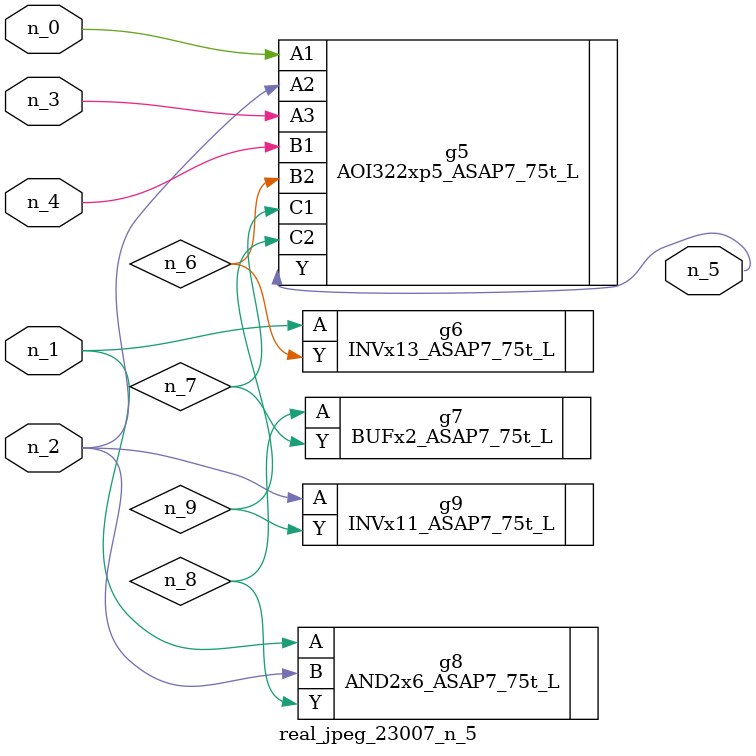
<source format=v>
module real_jpeg_23007_n_5 (n_4, n_0, n_1, n_2, n_3, n_5);

input n_4;
input n_0;
input n_1;
input n_2;
input n_3;

output n_5;

wire n_8;
wire n_6;
wire n_7;
wire n_9;

AOI322xp5_ASAP7_75t_L g5 ( 
.A1(n_0),
.A2(n_2),
.A3(n_3),
.B1(n_4),
.B2(n_6),
.C1(n_7),
.C2(n_9),
.Y(n_5)
);

INVx13_ASAP7_75t_L g6 ( 
.A(n_1),
.Y(n_6)
);

AND2x6_ASAP7_75t_L g8 ( 
.A(n_1),
.B(n_2),
.Y(n_8)
);

INVx11_ASAP7_75t_L g9 ( 
.A(n_2),
.Y(n_9)
);

BUFx2_ASAP7_75t_L g7 ( 
.A(n_8),
.Y(n_7)
);


endmodule
</source>
